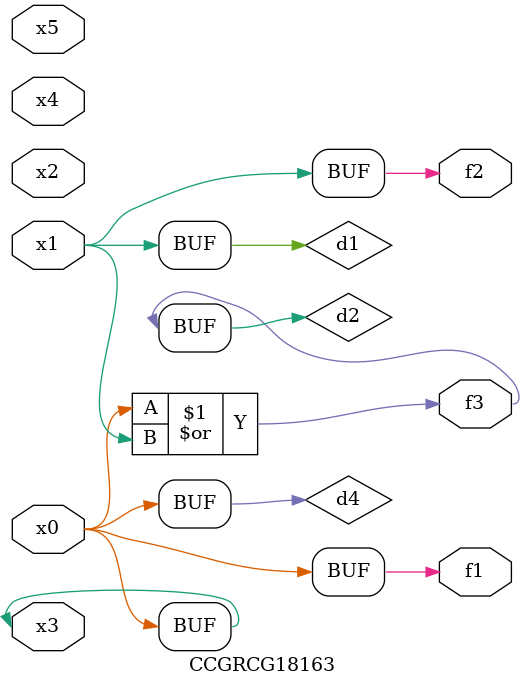
<source format=v>
module CCGRCG18163(
	input x0, x1, x2, x3, x4, x5,
	output f1, f2, f3
);

	wire d1, d2, d3, d4;

	and (d1, x1);
	or (d2, x0, x1);
	nand (d3, x0, x5);
	buf (d4, x0, x3);
	assign f1 = d4;
	assign f2 = d1;
	assign f3 = d2;
endmodule

</source>
